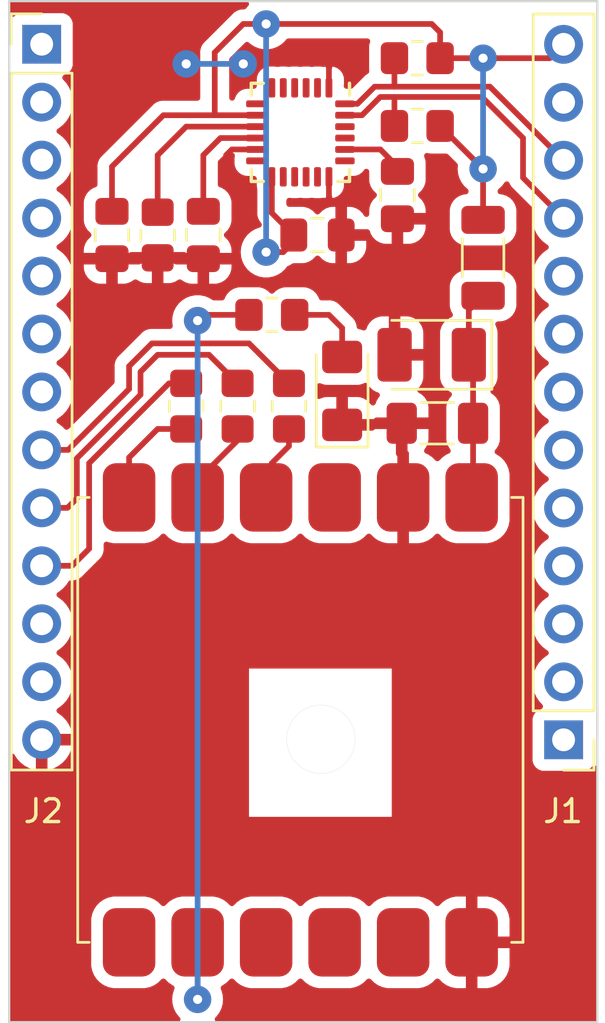
<source format=kicad_pcb>
(kicad_pcb (version 20221018) (generator pcbnew)
  (layers (0 "F.Cu" signal) (31 "B.Cu" signal) (34 "B.Paste" user) (35 "F.Paste" user) (36 "B.SilkS" user "B.Silkscreen") (37 "F.SilkS" user "F.Silkscreen") (38 "B.Mask" user) (39 "F.Mask" user) (44 "Edge.Cuts" user))
  (net 0 "")
  (net 8 "+3V3")
  (net 9 "GND")
  (net 10 "Net-(C1-Pad1)")
  (net 11 "Net-(C5-Pad1)")
  (net 12 "mpu_scl")
  (net 13 "Net-(C6-Pad1)")
  (net 14 "mpu_sda")
  (net 15 "mpu_int")
  (net 16 "Net-(D1-Pad2)")
  (net 17 "TX0_GPS")
  (net 18 "Net-(R1-Pad2)")
  (net 19 "RX0_GPS")
  (net 20 "Net-(R2-Pad2)")
  (net 21 "EN_GPS")
  (net 22 "Net-(R3-Pad2)")
  (net 23 "Net-(R4-Pad1)")
  (net 24 "Net-(R6-Pad1)")
  (footprint "Resistor_SMD:R_0805_2012Metric_Pad1.20x1.40mm_HandSolder" (layer "F.Cu") (at 128.5 84.5)
    (fp_text reference "R4" hide)
    (fp_text value "330R" hide)
    (fp_line (start -0.227064 -0.735) (end 0.227064 -0.735) (stroke (width 0.12)) (layer "F.SilkS"))
    (fp_line (start -0.227064 0.735) (end 0.227064 0.735) (stroke (width 0.12)) (layer "F.SilkS"))
    (pad "1" smd roundrect (at -1 0) (size 1.2 1.4) (layers "F.Cu" "F.Paste" "F.Mask") (roundrect_rratio 0.2083333333) (net 23 "Net-(R4-Pad1)"))
    (pad "2" smd roundrect (at 1 0) (size 1.2 1.4) (layers "F.Cu" "F.Paste" "F.Mask") (roundrect_rratio 0.2083333333) (net 16 "Net-(D1-Pad2)"))
  )
  (footprint "LED_SMD:LED_1206_3216Metric_Pad1.42x1.75mm_HandSolder" (layer "F.Cu") (at 131.578253 87.833297 90)
    (fp_text reference "D1" hide)
    (fp_text value "LED" hide)
    (fp_line (start -2.46 -1.135) (end -2.46 1.135) (stroke (width 0.12)) (layer "F.SilkS"))
    (fp_line (start -2.46 1.135) (end 1.6 1.135) (stroke (width 0.12)) (layer "F.SilkS"))
    (fp_line (start 1.6 -1.135) (end -2.46 -1.135) (stroke (width 0.12)) (layer "F.SilkS"))
    (pad "1" smd roundrect (at -1.4875 0 90) (size 1.425 1.75) (layers "F.Cu" "F.Paste" "F.Mask") (roundrect_rratio 0.1754392982) (net 9 "GND"))
    (pad "2" smd roundrect (at 1.4875 0 90) (size 1.425 1.75) (layers "F.Cu" "F.Paste" "F.Mask") (roundrect_rratio 0.1754392982) (net 16 "Net-(D1-Pad2)"))
  )
  (footprint "Zombie_foot:G.top015(Gsm-g9)" (layer "F.Cu") (at 130.5 102.5 -90)
    (fp_text reference "U1" hide)
    (fp_text value "G.top015(Gms-g9)" hide)
    (fp_line (start -10 -9) (end -10 -8.5) (stroke (width 0.12)) (layer "F.SilkS"))
    (fp_line (start -10 -9) (end 9.5 -9) (stroke (width 0.12)) (layer "F.SilkS"))
    (fp_line (start -10 10.5) (end -10 10) (stroke (width 0.12)) (layer "F.SilkS"))
    (fp_line (start 9.5 -9) (end 9.5 -8.5) (stroke (width 0.12)) (layer "F.SilkS"))
    (fp_line (start 9.5 10.5) (end -10 10.5) (stroke (width 0.12)) (layer "F.SilkS"))
    (fp_line (start 9.5 10.5) (end 9.5 10) (stroke (width 0.12)) (layer "F.SilkS"))
    (fp_circle (center 0.6 -0.15) (end 2.1 -0.15) (stroke (width 0.01)) (fill none) (layer "Edge.Cuts"))
    (pad "1" smd roundrect (at -10 -6.75 270) (size 3 2.3) (layers "F.Cu" "F.Paste" "F.Mask") (net 10 "Net-(C1-Pad1)"))
    (pad "2" smd roundrect (at -10 -3.75 270) (size 3 2.3) (layers "F.Cu" "F.Paste" "F.Mask") (net 9 "GND"))
    (pad "3" smd roundrect (at -10 -0.75 270) (size 3 2.3) (layers "F.Cu" "F.Paste" "F.Mask"))
    (pad "4" smd roundrect (at -10 2.25 270) (size 3 2.3) (layers "F.Cu" "F.Paste" "F.Mask") (net 18 "Net-(R1-Pad2)"))
    (pad "5" smd roundrect (at -10 5.25 270) (size 3 2.3) (layers "F.Cu" "F.Paste" "F.Mask") (net 20 "Net-(R2-Pad2)"))
    (pad "6" smd roundrect (at -10 8.25 270) (size 3 2.3) (layers "F.Cu" "F.Paste" "F.Mask") (net 22 "Net-(R3-Pad2)"))
    (pad "7" smd roundrect (at 9.5 8.25 270) (size 3 2.3) (layers "F.Cu" "F.Paste" "F.Mask"))
    (pad "8" smd roundrect (at 9.5 5.25 270) (size 3 2.3) (layers "F.Cu" "F.Paste" "F.Mask") (net 23 "Net-(R4-Pad1)"))
    (pad "9" smd roundrect (at 9.5 2.25 270) (size 3 2.3) (layers "F.Cu" "F.Paste" "F.Mask"))
    (pad "10" smd roundrect (at 9.5 -0.75 270) (size 3 2.3) (layers "F.Cu" "F.Paste" "F.Mask"))
    (pad "11" smd roundrect (at 9.5 -3.75 270) (size 3 2.3) (layers "F.Cu" "F.Paste" "F.Mask"))
    (pad "12" smd roundrect (at 9.5 -6.75 270) (size 3 2.3) (layers "F.Cu" "F.Paste" "F.Mask") (net 9 "GND"))
  )
  (footprint "Resistor_SMD:R_0805_2012Metric_Pad1.20x1.40mm_HandSolder" (layer "F.Cu") (at 129.25 88.5 -90)
    (fp_text reference "R1" hide)
    (fp_text value "330R" hide)
    (fp_line (start -0.227064 -0.735) (end 0.227064 -0.735) (stroke (width 0.12)) (layer "F.SilkS"))
    (fp_line (start -0.227064 0.735) (end 0.227064 0.735) (stroke (width 0.12)) (layer "F.SilkS"))
    (pad "1" smd roundrect (at -1 0 270) (size 1.2 1.4) (layers "F.Cu" "F.Paste" "F.Mask") (roundrect_rratio 0.2083333333) (net 17 "TX0_GPS"))
    (pad "2" smd roundrect (at 1 0 270) (size 1.2 1.4) (layers "F.Cu" "F.Paste" "F.Mask") (roundrect_rratio 0.2083333333) (net 18 "Net-(R1-Pad2)"))
  )
  (footprint "Connector_PinHeader_2.54mm:PinHeader_1x13_P2.54mm_Vertical" (layer "F.Cu") (at 118.421631 72.636942)
    (fp_text reference "J2" (at 0.078369 33.613058) (layer "F.SilkS"))
    (fp_text value "Conn_01x13_Male" hide)
    (fp_line (start -1.33 -1.33) (end 0 -1.33) (stroke (width 0.12)) (layer "F.SilkS"))
    (fp_line (start -1.33 0) (end -1.33 -1.33) (stroke (width 0.12)) (layer "F.SilkS"))
    (fp_line (start -1.33 1.27) (end -1.33 31.81) (stroke (width 0.12)) (layer "F.SilkS"))
    (fp_line (start -1.33 1.27) (end 1.33 1.27) (stroke (width 0.12)) (layer "F.SilkS"))
    (fp_line (start -1.33 31.81) (end 1.33 31.81) (stroke (width 0.12)) (layer "F.SilkS"))
    (fp_line (start 1.33 1.27) (end 1.33 31.81) (stroke (width 0.12)) (layer "F.SilkS"))
    (pad "1" thru_hole rect (at 0 0) (size 1.7 1.7) (drill 1) (layers "*.Cu" "*.Mask"))
    (pad "2" thru_hole oval (at 0 2.54) (size 1.7 1.7) (drill 1) (layers "*.Cu" "*.Mask"))
    (pad "3" thru_hole oval (at 0 5.08) (size 1.7 1.7) (drill 1) (layers "*.Cu" "*.Mask"))
    (pad "4" thru_hole oval (at 0 7.62) (size 1.7 1.7) (drill 1) (layers "*.Cu" "*.Mask"))
    (pad "5" thru_hole oval (at 0 10.16) (size 1.7 1.7) (drill 1) (layers "*.Cu" "*.Mask"))
    (pad "6" thru_hole oval (at 0 12.7) (size 1.7 1.7) (drill 1) (layers "*.Cu" "*.Mask"))
    (pad "7" thru_hole oval (at 0 15.24) (size 1.7 1.7) (drill 1) (layers "*.Cu" "*.Mask"))
    (pad "8" thru_hole oval (at 0 17.78) (size 1.7 1.7) (drill 1) (layers "*.Cu" "*.Mask") (net 17 "TX0_GPS"))
    (pad "9" thru_hole oval (at 0 20.32) (size 1.7 1.7) (drill 1) (layers "*.Cu" "*.Mask") (net 19 "RX0_GPS"))
    (pad "10" thru_hole oval (at 0 22.86) (size 1.7 1.7) (drill 1) (layers "*.Cu" "*.Mask") (net 21 "EN_GPS"))
    (pad "11" thru_hole oval (at 0 25.4) (size 1.7 1.7) (drill 1) (layers "*.Cu" "*.Mask"))
    (pad "12" thru_hole oval (at 0 27.94) (size 1.7 1.7) (drill 1) (layers "*.Cu" "*.Mask"))
    (pad "13" thru_hole oval (at 0 30.48) (size 1.7 1.7) (drill 1) (layers "*.Cu" "*.Mask") (net 9 "GND"))
  )
  (footprint "Resistor_SMD:R_0805_2012Metric_Pad1.20x1.40mm_HandSolder" (layer "F.Cu") (at 123.5 81 -90)
    (fp_text reference "R6" hide)
    (fp_text value "4k7" hide)
    (fp_line (start -0.227064 -0.735) (end 0.227064 -0.735) (stroke (width 0.12)) (layer "F.SilkS"))
    (fp_line (start -0.227064 0.735) (end 0.227064 0.735) (stroke (width 0.12)) (layer "F.SilkS"))
    (pad "1" smd roundrect (at -1 0 270) (size 1.2 1.4) (layers "F.Cu" "F.Paste" "F.Mask") (roundrect_rratio 0.2083333333) (net 24 "Net-(R6-Pad1)"))
    (pad "2" smd roundrect (at 1 0 270) (size 1.2 1.4) (layers "F.Cu" "F.Paste" "F.Mask") (roundrect_rratio 0.2083333333) (net 9 "GND"))
  )
  (footprint "Inductor_SMD:L_1206_3216Metric_Pad1.22x1.90mm_HandSolder" (layer "F.Cu") (at 137.75 82 -90)
    (fp_text reference "FB1" hide)
    (fp_text value "600R 100MHz 200mA" hide)
    (fp_line (start -0.835242 -0.91) (end 0.835242 -0.91) (stroke (width 0.12)) (layer "F.SilkS"))
    (fp_line (start -0.835242 0.91) (end 0.835242 0.91) (stroke (width 0.12)) (layer "F.SilkS"))
    (pad "1" smd roundrect (at -1.6625 0 270) (size 1.225 1.9) (layers "F.Cu" "F.Paste" "F.Mask") (roundrect_rratio 0.2040816327) (net 8 "+3V3"))
    (pad "2" smd roundrect (at 1.6625 0 270) (size 1.225 1.9) (layers "F.Cu" "F.Paste" "F.Mask") (roundrect_rratio 0.2040816327) (net 10 "Net-(C1-Pad1)"))
  )
  (footprint "Capacitor_SMD:C_1206_3216Metric_Pad1.33x1.80mm_HandSolder" (layer "F.Cu") (at 135.75 89.25 180)
    (fp_text reference "C2" hide)
    (fp_text value "100n" hide)
    (fp_line (start -0.711252 -0.91) (end 0.711252 -0.91) (stroke (width 0.12)) (layer "F.SilkS"))
    (fp_line (start -0.711252 0.91) (end 0.711252 0.91) (stroke (width 0.12)) (layer "F.SilkS"))
    (pad "1" smd roundrect (at -1.5625 0 180) (size 1.325 1.8) (layers "F.Cu" "F.Paste" "F.Mask") (roundrect_rratio 0.1886792453) (net 10 "Net-(C1-Pad1)"))
    (pad "2" smd roundrect (at 1.5625 0 180) (size 1.325 1.8) (layers "F.Cu" "F.Paste" "F.Mask") (roundrect_rratio 0.1886792453) (net 9 "GND"))
  )
  (footprint "Resistor_SMD:R_0805_2012Metric_Pad1.20x1.40mm_HandSolder" (layer "F.Cu") (at 124.75 88.5 -90)
    (fp_text reference "R3" hide)
    (fp_text value "330R" hide)
    (fp_line (start -0.227064 -0.735) (end 0.227064 -0.735) (stroke (width 0.12)) (layer "F.SilkS"))
    (fp_line (start -0.227064 0.735) (end 0.227064 0.735) (stroke (width 0.12)) (layer "F.SilkS"))
    (pad "1" smd roundrect (at -1 0 270) (size 1.2 1.4) (layers "F.Cu" "F.Paste" "F.Mask") (roundrect_rratio 0.2083333333) (net 21 "EN_GPS"))
    (pad "2" smd roundrect (at 1 0 270) (size 1.2 1.4) (layers "F.Cu" "F.Paste" "F.Mask") (roundrect_rratio 0.2083333333) (net 22 "Net-(R3-Pad2)"))
  )
  (footprint "Capacitor_Tantalum_SMD:CP_EIA-3528-21_Kemet-B_Pad1.50x2.35mm_HandSolder" (layer "F.Cu") (at 135.5 86.25 180)
    (fp_text reference "C1" hide)
    (fp_text value "1u" hide)
    (fp_line (start -2.635 -1.51) (end -2.635 1.51) (stroke (width 0.12)) (layer "F.SilkS"))
    (fp_line (start -2.635 1.51) (end 1.75 1.51) (stroke (width 0.12)) (layer "F.SilkS"))
    (fp_line (start 1.75 -1.51) (end -2.635 -1.51) (stroke (width 0.12)) (layer "F.SilkS"))
    (pad "1" smd roundrect (at -1.625 0 180) (size 1.5 2.35) (layers "F.Cu" "F.Paste" "F.Mask") (roundrect_rratio 0.1666673333) (net 10 "Net-(C1-Pad1)"))
    (pad "2" smd roundrect (at 1.625 0 180) (size 1.5 2.35) (layers "F.Cu" "F.Paste" "F.Mask") (roundrect_rratio 0.1666673333) (net 9 "GND"))
  )
  (footprint "Sensor_Motion:InvenSense_QFN-24_4x4mm_P0.5mm" (layer "F.Cu") (at 129.75 76.5 -90)
    (fp_text reference "U2" hide)
    (fp_text value "MPU-6050")
    (fp_line (start -2.15 -2.15) (end -1.625 -2.15) (stroke (width 0.15)) (layer "F.SilkS"))
    (fp_line (start -2.15 2.15) (end -2.15 1.625) (stroke (width 0.15)) (layer "F.SilkS"))
    (fp_line (start -2.15 2.15) (end -1.625 2.15) (stroke (width 0.15)) (layer "F.SilkS"))
    (fp_line (start 2.15 -2.15) (end 1.625 -2.15) (stroke (width 0.15)) (layer "F.SilkS"))
    (fp_line (start 2.15 -2.15) (end 2.15 -1.625) (stroke (width 0.15)) (layer "F.SilkS"))
    (fp_line (start 2.15 2.15) (end 1.625 2.15) (stroke (width 0.15)) (layer "F.SilkS"))
    (fp_line (start 2.15 2.15) (end 2.15 1.625) (stroke (width 0.15)) (layer "F.SilkS"))
    (pad "1" smd roundrect (at -1.95 -1.25 270) (size 0.85 0.3) (layers "F.Cu" "F.Paste" "F.Mask") (net 9 "GND"))
    (pad "2" smd roundrect (at -1.95 -0.75 270) (size 0.85 0.3) (layers "F.Cu" "F.Paste" "F.Mask"))
    (pad "3" smd roundrect (at -1.95 -0.25 270) (size 0.85 0.3) (layers "F.Cu" "F.Paste" "F.Mask"))
    (pad "4" smd roundrect (at -1.95 0.25 270) (size 0.85 0.3) (layers "F.Cu" "F.Paste" "F.Mask"))
    (pad "5" smd roundrect (at -1.95 0.75 270) (size 0.85 0.3) (layers "F.Cu" "F.Paste" "F.Mask"))
    (pad "6" smd roundrect (at -1.95 1.25 270) (size 0.85 0.3) (layers "F.Cu" "F.Paste" "F.Mask"))
    (pad "7" smd roundrect (at -1.25 1.95) (size 0.85 0.3) (layers "F.Cu" "F.Paste" "F.Mask"))
    (pad "8" smd roundrect (at -0.75 1.95) (size 0.85 0.3) (layers "F.Cu" "F.Paste" "F.Mask") (net 8 "+3V3"))
    (pad "9" smd roundrect (at -0.25 1.95) (size 0.85 0.3) (layers "F.Cu" "F.Paste" "F.Mask") (net 24 "Net-(R6-Pad1)"))
    (pad "10" smd roundrect (at 0.25 1.95) (size 0.85 0.3) (layers "F.Cu" "F.Paste" "F.Mask") (net 11 "Net-(C5-Pad1)"))
    (pad "11" smd roundrect (at 0.75 1.95) (size 0.85 0.3) (layers "F.Cu" "F.Paste" "F.Mask") (net 9 "GND"))
    (pad "12" smd roundrect (at 1.25 1.95) (size 0.85 0.3) (layers "F.Cu" "F.Paste" "F.Mask") (net 15 "mpu_int"))
    (pad "13" smd roundrect (at 1.95 1.25 270) (size 0.85 0.3) (layers "F.Cu" "F.Paste" "F.Mask") (net 8 "+3V3"))
    (pad "14" smd roundrect (at 1.95 0.75 270) (size 0.85 0.3) (layers "F.Cu" "F.Paste" "F.Mask"))
    (pad "15" smd roundrect (at 1.95 0.25 270) (size 0.85 0.3) (layers "F.Cu" "F.Paste" "F.Mask"))
    (pad "16" smd roundrect (at 1.95 -0.25 270) (size 0.85 0.3) (layers "F.Cu" "F.Paste" "F.Mask"))
    (pad "17" smd roundrect (at 1.95 -0.75 270) (size 0.85 0.3) (layers "F.Cu" "F.Paste" "F.Mask"))
    (pad "18" smd roundrect (at 1.95 -1.25 270) (size 0.85 0.3) (layers "F.Cu" "F.Paste" "F.Mask") (net 9 "GND"))
    (pad "19" smd roundrect (at 1.25 -1.95) (size 0.85 0.3) (layers "F.Cu" "F.Paste" "F.Mask"))
    (pad "20" smd roundrect (at 0.75 -1.95) (size 0.85 0.3) (layers "F.Cu" "F.Paste" "F.Mask") (net 13 "Net-(C6-Pad1)"))
    (pad "21" smd roundrect (at 0.25 -1.95) (size 0.85 0.3) (layers "F.Cu" "F.Paste" "F.Mask"))
    (pad "22" smd roundrect (at -0.25 -1.95) (size 0.85 0.3) (layers "F.Cu" "F.Paste" "F.Mask"))
    (pad "23" smd roundrect (at -0.75 -1.95) (size 0.85 0.3) (layers "F.Cu" "F.Paste" "F.Mask") (net 12 "mpu_scl"))
    (pad "24" smd roundrect (at -1.25 -1.95) (size 0.85 0.3) (layers "F.Cu" "F.Paste" "F.Mask") (net 14 "mpu_sda"))
    (zone (net 0) (net_name "") (layer "F.Cu") (connect_pads (clearance 0)) (min_thickness 0.254)
      (keepout (tracks not_allowed) (vias not_allowed) (pads not_allowed) (copperpour not_allowed) (footprints allowed))
      (fill (thermal_gap 0.508) (thermal_bridge_width 0.508))
      (polygon (pts (xy 131.075 75.125) (xy 131.075 77.875) (xy 128.425 77.875) (xy 128.425 75.125)))
    )
  )
  (footprint "Capacitor_SMD:C_0805_2012Metric_Pad1.18x1.45mm_HandSolder" (layer "F.Cu") (at 125.5 81 -90)
    (fp_text reference "C5" hide)
    (fp_text value "100n" hide)
    (fp_line (start -0.261252 -0.735) (end 0.261252 -0.735) (stroke (width 0.12)) (layer "F.SilkS"))
    (fp_line (start -0.261252 0.735) (end 0.261252 0.735) (stroke (width 0.12)) (layer "F.SilkS"))
    (pad "1" smd roundrect (at -1.0375 0 270) (size 1.175 1.45) (layers "F.Cu" "F.Paste" "F.Mask") (roundrect_rratio 0.2127659574) (net 11 "Net-(C5-Pad1)"))
    (pad "2" smd roundrect (at 1.0375 0 270) (size 1.175 1.45) (layers "F.Cu" "F.Paste" "F.Mask") (roundrect_rratio 0.2127659574) (net 9 "GND"))
  )
  (footprint "Capacitor_SMD:C_0805_2012Metric_Pad1.18x1.45mm_HandSolder" (layer "F.Cu") (at 121.5 81 -90)
    (fp_text reference "C3" hide)
    (fp_text value "10n" hide)
    (fp_line (start -0.261252 -0.735) (end 0.261252 -0.735) (stroke (width 0.12)) (layer "F.SilkS"))
    (fp_line (start -0.261252 0.735) (end 0.261252 0.735) (stroke (width 0.12)) (layer "F.SilkS"))
    (pad "1" smd roundrect (at -1.0375 0 270) (size 1.175 1.45) (layers "F.Cu" "F.Paste" "F.Mask") (roundrect_rratio 0.2127659574) (net 8 "+3V3"))
    (pad "2" smd roundrect (at 1.0375 0 270) (size 1.175 1.45) (layers "F.Cu" "F.Paste" "F.Mask") (roundrect_rratio 0.2127659574) (net 9 "GND"))
  )
  (footprint "Capacitor_SMD:C_0805_2012Metric_Pad1.18x1.45mm_HandSolder" (layer "F.Cu") (at 134 79.25 -90)
    (fp_text reference "C6" hide)
    (fp_text value "2n2" hide)
    (fp_line (start -0.261252 -0.735) (end 0.261252 -0.735) (stroke (width 0.12)) (layer "F.SilkS"))
    (fp_line (start -0.261252 0.735) (end 0.261252 0.735) (stroke (width 0.12)) (layer "F.SilkS"))
    (pad "1" smd roundrect (at -1.0375 0 270) (size 1.175 1.45) (layers "F.Cu" "F.Paste" "F.Mask") (roundrect_rratio 0.2127659574) (net 13 "Net-(C6-Pad1)"))
    (pad "2" smd roundrect (at 1.0375 0 270) (size 1.175 1.45) (layers "F.Cu" "F.Paste" "F.Mask") (roundrect_rratio 0.2127659574) (net 9 "GND"))
  )
  (footprint "Resistor_SMD:R_0805_2012Metric_Pad1.20x1.40mm_HandSolder" (layer "F.Cu") (at 134.8686 76.220263 180)
    (fp_text reference "R5" hide)
    (fp_text value "4k7" hide)
    (fp_line (start -0.227064 -0.735) (end 0.227064 -0.735) (stroke (width 0.12)) (layer "F.SilkS"))
    (fp_line (start -0.227064 0.735) (end 0.227064 0.735) (stroke (width 0.12)) (layer "F.SilkS"))
    (pad "1" smd roundrect (at -1 0 180) (size 1.2 1.4) (layers "F.Cu" "F.Paste" "F.Mask") (roundrect_rratio 0.2083333333) (net 8 "+3V3"))
    (pad "2" smd roundrect (at 1 0 180) (size 1.2 1.4) (layers "F.Cu" "F.Paste" "F.Mask") (roundrect_rratio 0.2083333333) (net 12 "mpu_scl"))
  )
  (footprint "Capacitor_SMD:C_0805_2012Metric_Pad1.18x1.45mm_HandSolder" (layer "F.Cu") (at 130.5 81)
    (fp_text reference "C4" hide)
    (fp_text value "100n" hide)
    (fp_line (start -0.261252 -0.735) (end 0.261252 -0.735) (stroke (width 0.12)) (layer "F.SilkS"))
    (fp_line (start -0.261252 0.735) (end 0.261252 0.735) (stroke (width 0.12)) (layer "F.SilkS"))
    (pad "1" smd roundrect (at -1.0375 0) (size 1.175 1.45) (layers "F.Cu" "F.Paste" "F.Mask") (roundrect_rratio 0.2127659574) (net 8 "+3V3"))
    (pad "2" smd roundrect (at 1.0375 0) (size 1.175 1.45) (layers "F.Cu" "F.Paste" "F.Mask") (roundrect_rratio 0.2127659574) (net 9 "GND"))
  )
  (footprint "Connector_PinHeader_2.54mm:PinHeader_1x13_P2.54mm_Vertical" (layer "F.Cu") (at 141.27537 103.123691 180)
    (fp_text reference "J1" (at 0.02537 -3.126309) (layer "F.SilkS"))
    (fp_text value "Conn_01x13_Male" hide)
    (fp_line (start -1.33 -1.33) (end 0 -1.33) (stroke (width 0.12)) (layer "F.SilkS"))
    (fp_line (start -1.33 0) (end -1.33 -1.33) (stroke (width 0.12)) (layer "F.SilkS"))
    (fp_line (start -1.33 1.27) (end -1.33 31.81) (stroke (width 0.12)) (layer "F.SilkS"))
    (fp_line (start -1.33 1.27) (end 1.33 1.27) (stroke (width 0.12)) (layer "F.SilkS"))
    (fp_line (start -1.33 31.81) (end 1.33 31.81) (stroke (width 0.12)) (layer "F.SilkS"))
    (fp_line (start 1.33 1.27) (end 1.33 31.81) (stroke (width 0.12)) (layer "F.SilkS"))
    (pad "1" thru_hole rect (at 0 0 180) (size 1.7 1.7) (drill 1) (layers "*.Cu" "*.Mask"))
    (pad "2" thru_hole oval (at 0 2.54 180) (size 1.7 1.7) (drill 1) (layers "*.Cu" "*.Mask"))
    (pad "3" thru_hole oval (at 0 5.08 180) (size 1.7 1.7) (drill 1) (layers "*.Cu" "*.Mask"))
    (pad "4" thru_hole oval (at 0 7.62 180) (size 1.7 1.7) (drill 1) (layers "*.Cu" "*.Mask"))
    (pad "5" thru_hole oval (at 0 10.16 180) (size 1.7 1.7) (drill 1) (layers "*.Cu" "*.Mask"))
    (pad "6" thru_hole oval (at 0 12.7 180) (size 1.7 1.7) (drill 1) (layers "*.Cu" "*.Mask"))
    (pad "7" thru_hole oval (at 0 15.24 180) (size 1.7 1.7) (drill 1) (layers "*.Cu" "*.Mask"))
    (pad "8" thru_hole oval (at 0 17.78 180) (size 1.7 1.7) (drill 1) (layers "*.Cu" "*.Mask"))
    (pad "9" thru_hole oval (at 0 20.32 180) (size 1.7 1.7) (drill 1) (layers "*.Cu" "*.Mask"))
    (pad "10" thru_hole oval (at 0 22.86 180) (size 1.7 1.7) (drill 1) (layers "*.Cu" "*.Mask") (net 12 "mpu_scl"))
    (pad "11" thru_hole oval (at 0 25.4 180) (size 1.7 1.7) (drill 1) (layers "*.Cu" "*.Mask") (net 14 "mpu_sda"))
    (pad "12" thru_hole oval (at 0 27.94 180) (size 1.7 1.7) (drill 1) (layers "*.Cu" "*.Mask"))
    (pad "13" thru_hole oval (at 0 30.48 180) (size 1.7 1.7) (drill 1) (layers "*.Cu" "*.Mask") (net 8 "+3V3"))
  )
  (footprint "Resistor_SMD:R_0805_2012Metric_Pad1.20x1.40mm_HandSolder" (layer "F.Cu") (at 134.8686 73.25 180)
    (fp_text reference "R7" hide)
    (fp_text value "4k7" hide)
    (fp_line (start -0.227064 -0.735) (end 0.227064 -0.735) (stroke (width 0.12)) (layer "F.SilkS"))
    (fp_line (start -0.227064 0.735) (end 0.227064 0.735) (stroke (width 0.12)) (layer "F.SilkS"))
    (pad "1" smd roundrect (at -1 0 180) (size 1.2 1.4) (layers "F.Cu" "F.Paste" "F.Mask") (roundrect_rratio 0.2083333333) (net 8 "+3V3"))
    (pad "2" smd roundrect (at 1 0 180) (size 1.2 1.4) (layers "F.Cu" "F.Paste" "F.Mask") (roundrect_rratio 0.2083333333) (net 14 "mpu_sda"))
  )
  (footprint "Resistor_SMD:R_0805_2012Metric_Pad1.20x1.40mm_HandSolder" (layer "F.Cu") (at 127 88.5 -90)
    (fp_text reference "R2" hide)
    (fp_text value "330R" hide)
    (fp_line (start -0.227064 -0.735) (end 0.227064 -0.735) (stroke (width 0.12)) (layer "F.SilkS"))
    (fp_line (start -0.227064 0.735) (end 0.227064 0.735) (stroke (width 0.12)) (layer "F.SilkS"))
    (pad "1" smd roundrect (at -1 0 270) (size 1.2 1.4) (layers "F.Cu" "F.Paste" "F.Mask") (roundrect_rratio 0.2083333333) (net 19 "RX0_GPS"))
    (pad "2" smd roundrect (at 1 0 270) (size 1.2 1.4) (layers "F.Cu" "F.Paste" "F.Mask") (roundrect_rratio 0.2083333333) (net 20 "Net-(R2-Pad2)"))
  )
  (gr_line (start 117 115.5) (end 142.75 115.5) (stroke (width 0.1)) (layer "Edge.Cuts"))
  (gr_line (start 117 70.75) (end 117 115.5) (stroke (width 0.1)) (layer "Edge.Cuts"))
  (gr_line (start 142.75 70.75) (end 117 70.75) (stroke (width 0.1)) (layer "Edge.Cuts"))
  (gr_line (start 142.75 115.5) (end 142.75 70.75) (stroke (width 0.1)) (layer "Edge.Cuts"))
  (segment (start 127.75 71.75) (end 127.25 71.75) (width 0.25) (layer "F.Cu") (net 8))
  (segment (start 135.8686 72.1186) (end 135.5 71.75) (width 0.25) (layer "F.Cu") (net 8))
  (segment (start 135.8686 76.220263) (end 137.75 78.101663) (width 0.25) (layer "F.Cu") (net 8))
  (segment (start 126 75.75) (end 127.8 75.75) (width 0.25) (layer "F.Cu") (net 8))
  (segment (start 126 73) (end 126 75.75) (width 0.25) (layer "F.Cu") (net 8))
  (segment (start 129.4625 81.2875) (end 129 81.75) (width 0.25) (layer "F.Cu") (net 8))
  (segment (start 121.5 78) (end 123.75 75.75) (width 0.25) (layer "F.Cu") (net 8))
  (segment (start 128 71.75) (end 127.75 71.75) (width 0.25) (layer "F.Cu") (net 8))
  (segment (start 127.25 71.75) (end 126 73) (width 0.25) (layer "F.Cu") (net 8))
  (segment (start 123.75 75.75) (end 126 75.75) (width 0.25) (layer "F.Cu") (net 8))
  (segment (start 137.75 78.101663) (end 137.75 80.3375) (width 0.25) (layer "F.Cu") (net 8))
  (segment (start 129 81.75) (end 128.25 81.75) (width 0.25) (layer "F.Cu") (net 8))
  (segment (start 140.669061 73.25) (end 137.75 73.25) (width 0.25) (layer "F.Cu") (net 8))
  (segment (start 141.27537 72.643691) (end 140.669061 73.25) (width 0.25) (layer "F.Cu") (net 8))
  (segment (start 129.4625 81) (end 128.5 80.0375) (width 0.25) (layer "F.Cu") (net 8))
  (segment (start 121.5 79.9625) (end 121.5 78) (width 0.25) (layer "F.Cu") (net 8))
  (segment (start 137.75 73.25) (end 135.8686 73.25) (width 0.25) (layer "F.Cu") (net 8))
  (segment (start 135.5 71.75) (end 128 71.75) (width 0.25) (layer "F.Cu") (net 8))
  (segment (start 135.8686 73.25) (end 135.8686 72.1186) (width 0.25) (layer "F.Cu") (net 8))
  (segment (start 128.5 80.0375) (end 128.5 78.45) (width 0.25) (layer "F.Cu") (net 8))
  (segment (start 129.4625 81) (end 129.4625 81.2875) (width 0.25) (layer "F.Cu") (net 8))
  (via (at 137.75 78.101663) (size 1.2) (drill 0.4) (layers "F.Cu" "B.Cu") (net 8))
  (via (at 128.25 81.75) (size 1.2) (drill 0.4) (layers "F.Cu" "B.Cu") (net 8))
  (via (at 137.75 73.25) (size 1.2) (drill 0.4) (layers "F.Cu" "B.Cu") (net 8))
  (via (at 128.25 71.75) (size 1.2) (drill 0.4) (layers "F.Cu" "B.Cu") (net 8))
  (segment (start 128.25 81.75) (end 128.25 71.75) (width 0.25) (layer "B.Cu") (net 8))
  (segment (start 137.75 78.101663) (end 137.75 73.25) (width 0.25) (layer "B.Cu") (net 8))
  (segment (start 126.75 77.25) (end 126.5 77.5) (width 0.25) (layer "F.Cu") (net 9))
  (segment (start 127.8 77.25) (end 126.75 77.25) (width 0.25) (layer "F.Cu") (net 9))
  (segment (start 126.5 77.5) (end 126.5 77.75) (width 0.25) (layer "F.Cu") (net 9))
  (segment (start 131 74.55) (end 131 73.25) (width 0.25) (layer "F.Cu") (net 9))
  (segment (start 131 78.45) (end 131 79.5) (width 0.25) (layer "F.Cu") (net 9))
  (via (at 124.75 73.5) (size 1.2) (drill 0.4) (layers "F.Cu" "B.Cu") (net 9))
  (via (at 127.25 73.5) (size 1.2) (drill 0.4) (layers "F.Cu" "B.Cu") (net 9))
  (segment (start 127.25 73.5) (end 124.75 73.5) (width 0.25) (layer "B.Cu") (net 9))
  (segment (start 137.25 92.5) (end 137.3125 92.4375) (width 0.25) (layer "F.Cu") (net 10))
  (segment (start 137.3125 86.4375) (end 137.125 86.25) (width 0.25) (layer "F.Cu") (net 10))
  (segment (start 137.125 84.2875) (end 137.75 83.6625) (width 0.25) (layer "F.Cu") (net 10))
  (segment (start 137.125 86.25) (end 137.125 84.2875) (width 0.25) (layer "F.Cu") (net 10))
  (segment (start 137.3125 92.4375) (end 137.3125 89.25) (width 0.25) (layer "F.Cu") (net 10))
  (segment (start 137.3125 89.25) (end 137.3125 86.4375) (width 0.25) (layer "F.Cu") (net 10))
  (segment (start 126.25 76.75) (end 127.8 76.75) (width 0.25) (layer "F.Cu") (net 11))
  (segment (start 125.5 77.5) (end 126.25 76.75) (width 0.25) (layer "F.Cu") (net 11))
  (segment (start 125.5 79.9625) (end 125.5 77.5) (width 0.25) (layer "F.Cu") (net 11))
  (segment (start 139.5 76.75) (end 137.69952 74.94952) (width 0.25) (layer "F.Cu") (net 12))
  (segment (start 133.853659 74.94952) (end 133.25 74.94952) (width 0.25) (layer "F.Cu") (net 12))
  (segment (start 139.5 78.488321) (end 139.5 76.75) (width 0.25) (layer "F.Cu") (net 12))
  (segment (start 133.25 74.94952) (end 132.44952 75.75) (width 0.25) (layer "F.Cu") (net 12))
  (segment (start 137.69952 74.94952) (end 133.853659 74.94952) (width 0.25) (layer "F.Cu") (net 12))
  (segment (start 133.8686 76.220263) (end 133.8686 74.964461) (width 0.25) (layer "F.Cu") (net 12))
  (segment (start 132.44952 75.75) (end 131.7 75.75) (width 0.25) (layer "F.Cu") (net 12))
  (segment (start 133.8686 74.964461) (end 133.853659 74.94952) (width 0.25) (layer "F.Cu") (net 12))
  (segment (start 141.27537 80.263691) (end 139.5 78.488321) (width 0.25) (layer "F.Cu") (net 12))
  (segment (start 134 78.2125) (end 133.75 77.9625) (width 0.25) (layer "F.Cu") (net 13))
  (segment (start 133.75 77.9625) (end 133.75 77.75) (width 0.25) (layer "F.Cu") (net 13))
  (segment (start 133.75 77.75) (end 133.25 77.25) (width 0.25) (layer "F.Cu") (net 13))
  (segment (start 133.25 77.25) (end 131.7 77.25) (width 0.25) (layer "F.Cu") (net 13))
  (segment (start 133.860577 74.5) (end 133 74.5) (width 0.25) (layer "F.Cu") (net 14))
  (segment (start 132.25 75.25) (end 131.7 75.25) (width 0.25) (layer "F.Cu") (net 14))
  (segment (start 141.27537 77.723691) (end 138.051679 74.5) (width 0.25) (layer "F.Cu") (net 14))
  (segment (start 133.8686 74.491977) (end 133.860577 74.5) (width 0.25) (layer "F.Cu") (net 14))
  (segment (start 133.8686 73.25) (end 133.8686 74.491977) (width 0.25) (layer "F.Cu") (net 14))
  (segment (start 138.051679 74.5) (end 133.860577 74.5) (width 0.25) (layer "F.Cu") (net 14))
  (segment (start 133 74.5) (end 132.25 75.25) (width 0.25) (layer "F.Cu") (net 14))
  (segment (start 131.578253 85.078253) (end 131.578253 86.345797) (width 0.25) (layer "F.Cu") (net 16))
  (segment (start 129.5 84.5) (end 131 84.5) (width 0.25) (layer "F.Cu") (net 16))
  (segment (start 131 84.5) (end 131.578253 85.078253) (width 0.25) (layer "F.Cu") (net 16))
  (segment (start 122.25 86.75) (end 122.25 87.75) (width 0.25) (layer "F.Cu") (net 17))
  (segment (start 122.25 87.75) (end 119.583058 90.416942) (width 0.25) (layer "F.Cu") (net 17))
  (segment (start 123.25 85.75) (end 122.25 86.75) (width 0.25) (layer "F.Cu") (net 17))
  (segment (start 127.5 85.75) (end 123.25 85.75) (width 0.25) (layer "F.Cu") (net 17))
  (segment (start 129.25 87.5) (end 127.5 85.75) (width 0.25) (layer "F.Cu") (net 17))
  (segment (start 119.583058 90.416942) (end 118.421631 90.416942) (width 0.25) (layer "F.Cu") (net 17))
  (segment (start 128.5 91) (end 129.25 90.25) (width 0.25) (layer "F.Cu") (net 18))
  (segment (start 128.25 92.5) (end 128.5 92.25) (width 0.25) (layer "F.Cu") (net 18))
  (segment (start 128.5 92.25) (end 128.5 91) (width 0.25) (layer "F.Cu") (net 18))
  (segment (start 129.25 90.25) (end 129.25 89.5) (width 0.25) (layer "F.Cu") (net 18))
  (segment (start 119.961087 90.788913) (end 119.961087 92.547048) (width 0.25) (layer "F.Cu") (net 19))
  (segment (start 122.75 87) (end 122.75 88) (width 0.25) (layer "F.Cu") (net 19))
  (segment (start 122.75 88) (end 119.961087 90.788913) (width 0.25) (layer "F.Cu") (net 19))
  (segment (start 127 87.5) (end 125.75 86.25) (width 0.25) (layer "F.Cu") (net 19))
  (segment (start 123.5 86.25) (end 122.75 87) (width 0.25) (layer "F.Cu") (net 19))
  (segment (start 119.551193 92.956942) (end 118.421631 92.956942) (width 0.25) (layer "F.Cu") (net 19))
  (segment (start 125.75 86.25) (end 123.5 86.25) (width 0.25) (layer "F.Cu") (net 19))
  (segment (start 119.961087 92.547048) (end 119.551193 92.956942) (width 0.25) (layer "F.Cu") (net 19))
  (segment (start 125.25 91.75) (end 127 90) (width 0.25) (layer "F.Cu") (net 20))
  (segment (start 125.25 92.5) (end 125.25 91.75) (width 0.25) (layer "F.Cu") (net 20))
  (segment (start 127 90) (end 127 89.5) (width 0.25) (layer "F.Cu") (net 20))
  (segment (start 120.5 94.75) (end 119.753058 95.496942) (width 0.25) (layer "F.Cu") (net 21))
  (segment (start 124 87.5) (end 120.5 91) (width 0.25) (layer "F.Cu") (net 21))
  (segment (start 119.753058 95.496942) (end 118.421631 95.496942) (width 0.25) (layer "F.Cu") (net 21))
  (segment (start 124.75 87.5) (end 124 87.5) (width 0.25) (layer "F.Cu") (net 21))
  (segment (start 120.5 91) (end 120.5 94.75) (width 0.25) (layer "F.Cu") (net 21))
  (segment (start 123.5 89.5) (end 124.75 89.5) (width 0.25) (layer "F.Cu") (net 22))
  (segment (start 122.25 90.75) (end 123.5 89.5) (width 0.25) (layer "F.Cu") (net 22))
  (segment (start 122.25 92.5) (end 122.25 90.75) (width 0.25) (layer "F.Cu") (net 22))
  (segment (start 125.25 84.75) (end 125.5 84.5) (width 0.25) (layer "F.Cu") (net 23))
  (segment (start 125.5 84.5) (end 127.5 84.5) (width 0.25) (layer "F.Cu") (net 23))
  (segment (start 125.25 112) (end 125.25 114.5) (width 0.25) (layer "F.Cu") (net 23))
  (via (at 125.25 114.5) (size 1.2) (drill 0.4) (layers "F.Cu" "B.Cu") (net 23))
  (via (at 125.25 84.75) (size 1.2) (drill 0.4) (layers "F.Cu" "B.Cu") (net 23))
  (segment (start 125.25 84.75) (end 125.25 114.5) (width 0.25) (layer "B.Cu") (net 23))
  (segment (start 123.5 80) (end 123.5 77.5) (width 0.25) (layer "F.Cu") (net 24))
  (segment (start 123.5 77.5) (end 124.75 76.25) (width 0.25) (layer "F.Cu") (net 24))
  (segment (start 124.75 76.25) (end 127.8 76.25) (width 0.25) (layer "F.Cu") (net 24))
  (zone (net 0) (net_name "") (layer "F.Cu") (connect_pads (clearance 0)) (min_thickness 0.254)
    (keepout (tracks not_allowed) (vias not_allowed) (pads not_allowed) (copperpour not_allowed) (footprints allowed))
    (fill (thermal_gap 0.508) (thermal_bridge_width 0.508))
    (polygon (pts (xy 133.75 106.5) (xy 127.5 106.5) (xy 127.5 100) (xy 133.75 100)))
  )
  (zone (net 9) (net_name "GND") (layer "F.Cu") (connect_pads (clearance 0.508)) (min_thickness 0.254) (fill yes (thermal_gap 0.508) (thermal_bridge_width 0.508))
    (polygon (pts (xy 142.75 115.5) (xy 117 115.5) (xy 117 70.75) (xy 142.75 70.75)))
  )
)
</source>
